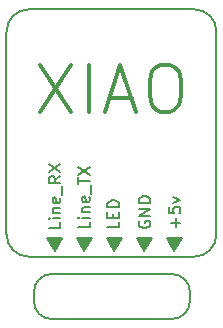
<source format=gbr>
%TF.GenerationSoftware,KiCad,Pcbnew,7.0.9*%
%TF.CreationDate,2024-01-11T17:27:39+09:00*%
%TF.ProjectId,LineIntegratedBoard,4c696e65-496e-4746-9567-726174656442,rev?*%
%TF.SameCoordinates,Original*%
%TF.FileFunction,Legend,Top*%
%TF.FilePolarity,Positive*%
%FSLAX46Y46*%
G04 Gerber Fmt 4.6, Leading zero omitted, Abs format (unit mm)*
G04 Created by KiCad (PCBNEW 7.0.9) date 2024-01-11 17:27:39*
%MOMM*%
%LPD*%
G01*
G04 APERTURE LIST*
%ADD10C,0.200000*%
%ADD11C,0.150000*%
%ADD12C,0.300000*%
G04 APERTURE END LIST*
D10*
X158258028Y-96064149D02*
X157115171Y-96064149D01*
X158186600Y-96135578D02*
X157186600Y-96135578D01*
X158186600Y-96207006D02*
X157186600Y-96207006D01*
X158115171Y-96278435D02*
X157258028Y-96278435D01*
X158115171Y-96349863D02*
X157258028Y-96349863D01*
X158043742Y-96421292D02*
X157329457Y-96421292D01*
X158043742Y-96492720D02*
X157329457Y-96492720D01*
X157972314Y-96564149D02*
X157400885Y-96564149D01*
X157900885Y-96635578D02*
X157472314Y-96635578D01*
X157900885Y-96707006D02*
X157472314Y-96707006D01*
X157829457Y-96778435D02*
X157543742Y-96778435D01*
X157829457Y-96849863D02*
X157543742Y-96849863D01*
X157686600Y-96921292D02*
X157686600Y-96992720D01*
X157758028Y-96921292D02*
X157615171Y-96921292D01*
X158258028Y-95992720D02*
X157686600Y-97064149D01*
X157686600Y-97064149D02*
X157115171Y-95992720D01*
X157686600Y-97135578D02*
X157043742Y-95992720D01*
X157043742Y-95992720D02*
X158329457Y-95992720D01*
X158329457Y-95992720D02*
X157686600Y-97135578D01*
X148148828Y-96064149D02*
X147005971Y-96064149D01*
X148077400Y-96135578D02*
X147077400Y-96135578D01*
X148077400Y-96207006D02*
X147077400Y-96207006D01*
X148005971Y-96278435D02*
X147148828Y-96278435D01*
X148005971Y-96349863D02*
X147148828Y-96349863D01*
X147934542Y-96421292D02*
X147220257Y-96421292D01*
X147934542Y-96492720D02*
X147220257Y-96492720D01*
X147863114Y-96564149D02*
X147291685Y-96564149D01*
X147791685Y-96635578D02*
X147363114Y-96635578D01*
X147791685Y-96707006D02*
X147363114Y-96707006D01*
X147720257Y-96778435D02*
X147434542Y-96778435D01*
X147720257Y-96849863D02*
X147434542Y-96849863D01*
X147577400Y-96921292D02*
X147577400Y-96992720D01*
X147648828Y-96921292D02*
X147505971Y-96921292D01*
X148148828Y-95992720D02*
X147577400Y-97064149D01*
X147577400Y-97064149D02*
X147005971Y-95992720D01*
X147577400Y-97135578D02*
X146934542Y-95992720D01*
X146934542Y-95992720D02*
X148220257Y-95992720D01*
X148220257Y-95992720D02*
X147577400Y-97135578D01*
X155718028Y-96064149D02*
X154575171Y-96064149D01*
X155646600Y-96135578D02*
X154646600Y-96135578D01*
X155646600Y-96207006D02*
X154646600Y-96207006D01*
X155575171Y-96278435D02*
X154718028Y-96278435D01*
X155575171Y-96349863D02*
X154718028Y-96349863D01*
X155503742Y-96421292D02*
X154789457Y-96421292D01*
X155503742Y-96492720D02*
X154789457Y-96492720D01*
X155432314Y-96564149D02*
X154860885Y-96564149D01*
X155360885Y-96635578D02*
X154932314Y-96635578D01*
X155360885Y-96707006D02*
X154932314Y-96707006D01*
X155289457Y-96778435D02*
X155003742Y-96778435D01*
X155289457Y-96849863D02*
X155003742Y-96849863D01*
X155146600Y-96921292D02*
X155146600Y-96992720D01*
X155218028Y-96921292D02*
X155075171Y-96921292D01*
X155718028Y-95992720D02*
X155146600Y-97064149D01*
X155146600Y-97064149D02*
X154575171Y-95992720D01*
X155146600Y-97135578D02*
X154503742Y-95992720D01*
X154503742Y-95992720D02*
X155789457Y-95992720D01*
X155789457Y-95992720D02*
X155146600Y-97135578D01*
D11*
X154721038Y-94592611D02*
X154673419Y-94687849D01*
X154673419Y-94687849D02*
X154673419Y-94830706D01*
X154673419Y-94830706D02*
X154721038Y-94973563D01*
X154721038Y-94973563D02*
X154816276Y-95068801D01*
X154816276Y-95068801D02*
X154911514Y-95116420D01*
X154911514Y-95116420D02*
X155101990Y-95164039D01*
X155101990Y-95164039D02*
X155244847Y-95164039D01*
X155244847Y-95164039D02*
X155435323Y-95116420D01*
X155435323Y-95116420D02*
X155530561Y-95068801D01*
X155530561Y-95068801D02*
X155625800Y-94973563D01*
X155625800Y-94973563D02*
X155673419Y-94830706D01*
X155673419Y-94830706D02*
X155673419Y-94735468D01*
X155673419Y-94735468D02*
X155625800Y-94592611D01*
X155625800Y-94592611D02*
X155578180Y-94544992D01*
X155578180Y-94544992D02*
X155244847Y-94544992D01*
X155244847Y-94544992D02*
X155244847Y-94735468D01*
X155673419Y-94116420D02*
X154673419Y-94116420D01*
X154673419Y-94116420D02*
X155673419Y-93544992D01*
X155673419Y-93544992D02*
X154673419Y-93544992D01*
X155673419Y-93068801D02*
X154673419Y-93068801D01*
X154673419Y-93068801D02*
X154673419Y-92830706D01*
X154673419Y-92830706D02*
X154721038Y-92687849D01*
X154721038Y-92687849D02*
X154816276Y-92592611D01*
X154816276Y-92592611D02*
X154911514Y-92544992D01*
X154911514Y-92544992D02*
X155101990Y-92497373D01*
X155101990Y-92497373D02*
X155244847Y-92497373D01*
X155244847Y-92497373D02*
X155435323Y-92544992D01*
X155435323Y-92544992D02*
X155530561Y-92592611D01*
X155530561Y-92592611D02*
X155625800Y-92687849D01*
X155625800Y-92687849D02*
X155673419Y-92830706D01*
X155673419Y-92830706D02*
X155673419Y-93068801D01*
X157832466Y-95116420D02*
X157832466Y-94354516D01*
X158213419Y-94735468D02*
X157451514Y-94735468D01*
X157213419Y-93402135D02*
X157213419Y-93878325D01*
X157213419Y-93878325D02*
X157689609Y-93925944D01*
X157689609Y-93925944D02*
X157641990Y-93878325D01*
X157641990Y-93878325D02*
X157594371Y-93783087D01*
X157594371Y-93783087D02*
X157594371Y-93544992D01*
X157594371Y-93544992D02*
X157641990Y-93449754D01*
X157641990Y-93449754D02*
X157689609Y-93402135D01*
X157689609Y-93402135D02*
X157784847Y-93354516D01*
X157784847Y-93354516D02*
X158022942Y-93354516D01*
X158022942Y-93354516D02*
X158118180Y-93402135D01*
X158118180Y-93402135D02*
X158165800Y-93449754D01*
X158165800Y-93449754D02*
X158213419Y-93544992D01*
X158213419Y-93544992D02*
X158213419Y-93783087D01*
X158213419Y-93783087D02*
X158165800Y-93878325D01*
X158165800Y-93878325D02*
X158118180Y-93925944D01*
X157546752Y-93021182D02*
X158213419Y-92783087D01*
X158213419Y-92783087D02*
X157546752Y-92544992D01*
X153031819Y-94640230D02*
X153031819Y-95116420D01*
X153031819Y-95116420D02*
X152031819Y-95116420D01*
X152508009Y-94306896D02*
X152508009Y-93973563D01*
X153031819Y-93830706D02*
X153031819Y-94306896D01*
X153031819Y-94306896D02*
X152031819Y-94306896D01*
X152031819Y-94306896D02*
X152031819Y-93830706D01*
X153031819Y-93402134D02*
X152031819Y-93402134D01*
X152031819Y-93402134D02*
X152031819Y-93164039D01*
X152031819Y-93164039D02*
X152079438Y-93021182D01*
X152079438Y-93021182D02*
X152174676Y-92925944D01*
X152174676Y-92925944D02*
X152269914Y-92878325D01*
X152269914Y-92878325D02*
X152460390Y-92830706D01*
X152460390Y-92830706D02*
X152603247Y-92830706D01*
X152603247Y-92830706D02*
X152793723Y-92878325D01*
X152793723Y-92878325D02*
X152888961Y-92925944D01*
X152888961Y-92925944D02*
X152984200Y-93021182D01*
X152984200Y-93021182D02*
X153031819Y-93164039D01*
X153031819Y-93164039D02*
X153031819Y-93402134D01*
D10*
X153178028Y-96064149D02*
X152035171Y-96064149D01*
X153106600Y-96135578D02*
X152106600Y-96135578D01*
X153106600Y-96207006D02*
X152106600Y-96207006D01*
X153035171Y-96278435D02*
X152178028Y-96278435D01*
X153035171Y-96349863D02*
X152178028Y-96349863D01*
X152963742Y-96421292D02*
X152249457Y-96421292D01*
X152963742Y-96492720D02*
X152249457Y-96492720D01*
X152892314Y-96564149D02*
X152320885Y-96564149D01*
X152820885Y-96635578D02*
X152392314Y-96635578D01*
X152820885Y-96707006D02*
X152392314Y-96707006D01*
X152749457Y-96778435D02*
X152463742Y-96778435D01*
X152749457Y-96849863D02*
X152463742Y-96849863D01*
X152606600Y-96921292D02*
X152606600Y-96992720D01*
X152678028Y-96921292D02*
X152535171Y-96921292D01*
X153178028Y-95992720D02*
X152606600Y-97064149D01*
X152606600Y-97064149D02*
X152035171Y-95992720D01*
X152606600Y-97135578D02*
X151963742Y-95992720D01*
X151963742Y-95992720D02*
X153249457Y-95992720D01*
X153249457Y-95992720D02*
X152606600Y-97135578D01*
X150638028Y-96064149D02*
X149495171Y-96064149D01*
X150566600Y-96135578D02*
X149566600Y-96135578D01*
X150566600Y-96207006D02*
X149566600Y-96207006D01*
X150495171Y-96278435D02*
X149638028Y-96278435D01*
X150495171Y-96349863D02*
X149638028Y-96349863D01*
X150423742Y-96421292D02*
X149709457Y-96421292D01*
X150423742Y-96492720D02*
X149709457Y-96492720D01*
X150352314Y-96564149D02*
X149780885Y-96564149D01*
X150280885Y-96635578D02*
X149852314Y-96635578D01*
X150280885Y-96707006D02*
X149852314Y-96707006D01*
X150209457Y-96778435D02*
X149923742Y-96778435D01*
X150209457Y-96849863D02*
X149923742Y-96849863D01*
X150066600Y-96921292D02*
X150066600Y-96992720D01*
X150138028Y-96921292D02*
X149995171Y-96921292D01*
X150638028Y-95992720D02*
X150066600Y-97064149D01*
X150066600Y-97064149D02*
X149495171Y-95992720D01*
X150066600Y-97135578D02*
X149423742Y-95992720D01*
X149423742Y-95992720D02*
X150709457Y-95992720D01*
X150709457Y-95992720D02*
X150066600Y-97135578D01*
D11*
X150542619Y-94640230D02*
X150542619Y-95116420D01*
X150542619Y-95116420D02*
X149542619Y-95116420D01*
X150542619Y-94306896D02*
X149875952Y-94306896D01*
X149542619Y-94306896D02*
X149590238Y-94354515D01*
X149590238Y-94354515D02*
X149637857Y-94306896D01*
X149637857Y-94306896D02*
X149590238Y-94259277D01*
X149590238Y-94259277D02*
X149542619Y-94306896D01*
X149542619Y-94306896D02*
X149637857Y-94306896D01*
X149875952Y-93830706D02*
X150542619Y-93830706D01*
X149971190Y-93830706D02*
X149923571Y-93783087D01*
X149923571Y-93783087D02*
X149875952Y-93687849D01*
X149875952Y-93687849D02*
X149875952Y-93544992D01*
X149875952Y-93544992D02*
X149923571Y-93449754D01*
X149923571Y-93449754D02*
X150018809Y-93402135D01*
X150018809Y-93402135D02*
X150542619Y-93402135D01*
X150495000Y-92544992D02*
X150542619Y-92640230D01*
X150542619Y-92640230D02*
X150542619Y-92830706D01*
X150542619Y-92830706D02*
X150495000Y-92925944D01*
X150495000Y-92925944D02*
X150399761Y-92973563D01*
X150399761Y-92973563D02*
X150018809Y-92973563D01*
X150018809Y-92973563D02*
X149923571Y-92925944D01*
X149923571Y-92925944D02*
X149875952Y-92830706D01*
X149875952Y-92830706D02*
X149875952Y-92640230D01*
X149875952Y-92640230D02*
X149923571Y-92544992D01*
X149923571Y-92544992D02*
X150018809Y-92497373D01*
X150018809Y-92497373D02*
X150114047Y-92497373D01*
X150114047Y-92497373D02*
X150209285Y-92973563D01*
X150637857Y-92306897D02*
X150637857Y-91544992D01*
X149542619Y-91449753D02*
X149542619Y-90878325D01*
X150542619Y-91164039D02*
X149542619Y-91164039D01*
X149542619Y-90640229D02*
X150542619Y-89973563D01*
X149542619Y-89973563D02*
X150542619Y-90640229D01*
X148053419Y-94691030D02*
X148053419Y-95167220D01*
X148053419Y-95167220D02*
X147053419Y-95167220D01*
X148053419Y-94357696D02*
X147386752Y-94357696D01*
X147053419Y-94357696D02*
X147101038Y-94405315D01*
X147101038Y-94405315D02*
X147148657Y-94357696D01*
X147148657Y-94357696D02*
X147101038Y-94310077D01*
X147101038Y-94310077D02*
X147053419Y-94357696D01*
X147053419Y-94357696D02*
X147148657Y-94357696D01*
X147386752Y-93881506D02*
X148053419Y-93881506D01*
X147481990Y-93881506D02*
X147434371Y-93833887D01*
X147434371Y-93833887D02*
X147386752Y-93738649D01*
X147386752Y-93738649D02*
X147386752Y-93595792D01*
X147386752Y-93595792D02*
X147434371Y-93500554D01*
X147434371Y-93500554D02*
X147529609Y-93452935D01*
X147529609Y-93452935D02*
X148053419Y-93452935D01*
X148005800Y-92595792D02*
X148053419Y-92691030D01*
X148053419Y-92691030D02*
X148053419Y-92881506D01*
X148053419Y-92881506D02*
X148005800Y-92976744D01*
X148005800Y-92976744D02*
X147910561Y-93024363D01*
X147910561Y-93024363D02*
X147529609Y-93024363D01*
X147529609Y-93024363D02*
X147434371Y-92976744D01*
X147434371Y-92976744D02*
X147386752Y-92881506D01*
X147386752Y-92881506D02*
X147386752Y-92691030D01*
X147386752Y-92691030D02*
X147434371Y-92595792D01*
X147434371Y-92595792D02*
X147529609Y-92548173D01*
X147529609Y-92548173D02*
X147624847Y-92548173D01*
X147624847Y-92548173D02*
X147720085Y-93024363D01*
X148148657Y-92357697D02*
X148148657Y-91595792D01*
X148053419Y-90786268D02*
X147577228Y-91119601D01*
X148053419Y-91357696D02*
X147053419Y-91357696D01*
X147053419Y-91357696D02*
X147053419Y-90976744D01*
X147053419Y-90976744D02*
X147101038Y-90881506D01*
X147101038Y-90881506D02*
X147148657Y-90833887D01*
X147148657Y-90833887D02*
X147243895Y-90786268D01*
X147243895Y-90786268D02*
X147386752Y-90786268D01*
X147386752Y-90786268D02*
X147481990Y-90833887D01*
X147481990Y-90833887D02*
X147529609Y-90881506D01*
X147529609Y-90881506D02*
X147577228Y-90976744D01*
X147577228Y-90976744D02*
X147577228Y-91357696D01*
X147053419Y-90452934D02*
X148053419Y-89786268D01*
X147053419Y-89786268D02*
X148053419Y-90452934D01*
D12*
X146276759Y-81332863D02*
X148943426Y-85332863D01*
X148943426Y-81332863D02*
X146276759Y-85332863D01*
X150467235Y-85332863D02*
X150467235Y-81332863D01*
X152181521Y-84190006D02*
X154086283Y-84190006D01*
X151800569Y-85332863D02*
X153133902Y-81332863D01*
X153133902Y-81332863D02*
X154467236Y-85332863D01*
X156562473Y-81332863D02*
X157324378Y-81332863D01*
X157324378Y-81332863D02*
X157705330Y-81523339D01*
X157705330Y-81523339D02*
X158086283Y-81904291D01*
X158086283Y-81904291D02*
X158276759Y-82666196D01*
X158276759Y-82666196D02*
X158276759Y-83999529D01*
X158276759Y-83999529D02*
X158086283Y-84761434D01*
X158086283Y-84761434D02*
X157705330Y-85142387D01*
X157705330Y-85142387D02*
X157324378Y-85332863D01*
X157324378Y-85332863D02*
X156562473Y-85332863D01*
X156562473Y-85332863D02*
X156181521Y-85142387D01*
X156181521Y-85142387D02*
X155800568Y-84761434D01*
X155800568Y-84761434D02*
X155610092Y-83999529D01*
X155610092Y-83999529D02*
X155610092Y-82666196D01*
X155610092Y-82666196D02*
X155800568Y-81904291D01*
X155800568Y-81904291D02*
X156181521Y-81523339D01*
X156181521Y-81523339D02*
X156562473Y-81332863D01*
D10*
%TO.C,J4*%
X157480000Y-99060000D02*
X147320000Y-99060000D01*
X159004000Y-100584000D02*
X159004000Y-101346000D01*
X145796000Y-100584000D02*
X145796000Y-101346000D01*
X157480000Y-102870000D02*
X147320000Y-102870000D01*
X159004000Y-100584000D02*
G75*
G03*
X157480000Y-99060000I-1524001J-1D01*
G01*
X147320000Y-99060000D02*
G75*
G03*
X145796000Y-100584000I1J-1524001D01*
G01*
X157480000Y-102870000D02*
G75*
G03*
X159004000Y-101346000I0J1524000D01*
G01*
X145796000Y-101346000D02*
G75*
G03*
X147320000Y-102870000I1524000J0D01*
G01*
%TO.C,U2*%
X143481997Y-78544987D02*
X143481997Y-95689987D01*
X145386997Y-97594987D02*
X159356997Y-97594987D01*
X159356997Y-76639987D02*
X145386997Y-76639987D01*
X161261997Y-95689987D02*
X161261997Y-78544987D01*
X145386997Y-76639987D02*
G75*
G03*
X143481997Y-78544987I1J-1905001D01*
G01*
X143481997Y-95689987D02*
G75*
G03*
X145386997Y-97594987I1905000J0D01*
G01*
X161261997Y-78544987D02*
G75*
G03*
X159356997Y-76639987I-1905000J0D01*
G01*
X159356997Y-97594987D02*
G75*
G03*
X161261997Y-95689987I0J1905000D01*
G01*
%TD*%
M02*

</source>
